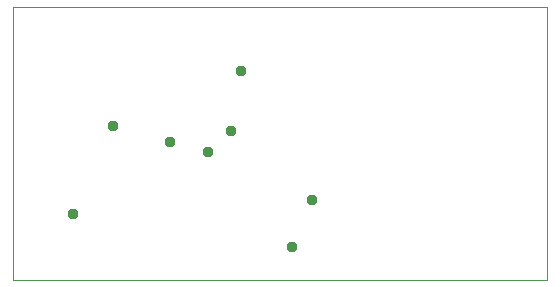
<source format=gbs>
G75*
%MOIN*%
%OFA0B0*%
%FSLAX25Y25*%
%IPPOS*%
%LPD*%
%AMOC8*
5,1,8,0,0,1.08239X$1,22.5*
%
%ADD10C,0.00000*%
%ADD11C,0.03778*%
D10*
X0001757Y0001179D02*
X0001757Y0092320D01*
X0179750Y0092320D01*
X0179750Y0001179D01*
X0001757Y0001179D01*
D11*
X0021802Y0023126D03*
X0054073Y0047288D03*
X0066624Y0043959D03*
X0074232Y0050926D03*
X0077551Y0070919D03*
X0035118Y0052484D03*
X0101331Y0027768D03*
X0094732Y0012111D03*
M02*

</source>
